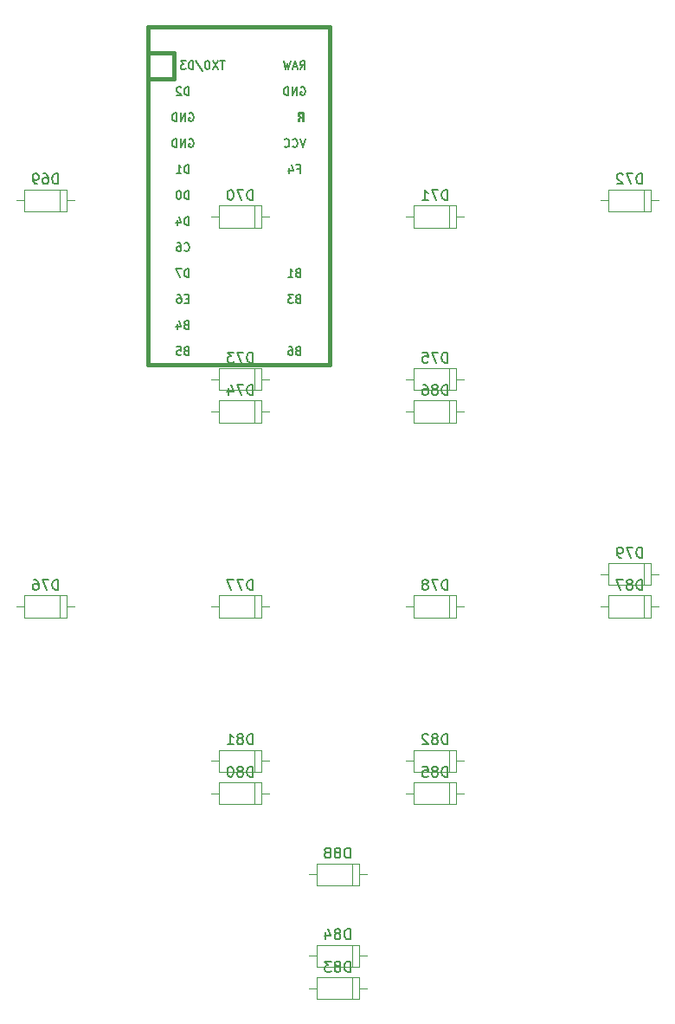
<source format=gbr>
G04 #@! TF.GenerationSoftware,KiCad,Pcbnew,(5.1.4)-1*
G04 #@! TF.CreationDate,2021-01-30T01:06:02-06:00*
G04 #@! TF.ProjectId,65Numpad,36354e75-6d70-4616-942e-6b696361645f,rev?*
G04 #@! TF.SameCoordinates,Original*
G04 #@! TF.FileFunction,Legend,Bot*
G04 #@! TF.FilePolarity,Positive*
%FSLAX46Y46*%
G04 Gerber Fmt 4.6, Leading zero omitted, Abs format (unit mm)*
G04 Created by KiCad (PCBNEW (5.1.4)-1) date 2021-01-30 01:06:02*
%MOMM*%
%LPD*%
G04 APERTURE LIST*
%ADD10C,0.381000*%
%ADD11C,0.150000*%
%ADD12C,0.120000*%
G04 APERTURE END LIST*
D10*
X351631250Y-50641250D02*
X349091250Y-50641250D01*
X366871250Y-48101250D02*
X349091250Y-48101250D01*
X349091250Y-48101250D02*
X349091250Y-81121250D01*
X349091250Y-81121250D02*
X366871250Y-81121250D01*
X366871250Y-81121250D02*
X366871250Y-48101250D01*
D11*
G36*
X363825885Y-56530280D02*
G01*
X363825885Y-56630280D01*
X364325885Y-56630280D01*
X364325885Y-56530280D01*
X363825885Y-56530280D01*
G37*
X363825885Y-56530280D02*
X363825885Y-56630280D01*
X364325885Y-56630280D01*
X364325885Y-56530280D01*
X363825885Y-56530280D01*
G36*
X363825885Y-56530280D02*
G01*
X363825885Y-56830280D01*
X363925885Y-56830280D01*
X363925885Y-56530280D01*
X363825885Y-56530280D01*
G37*
X363825885Y-56530280D02*
X363825885Y-56830280D01*
X363925885Y-56830280D01*
X363925885Y-56530280D01*
X363825885Y-56530280D01*
G36*
X363825885Y-57130280D02*
G01*
X363825885Y-57330280D01*
X363925885Y-57330280D01*
X363925885Y-57130280D01*
X363825885Y-57130280D01*
G37*
X363825885Y-57130280D02*
X363825885Y-57330280D01*
X363925885Y-57330280D01*
X363925885Y-57130280D01*
X363825885Y-57130280D01*
G36*
X364225885Y-56530280D02*
G01*
X364225885Y-57330280D01*
X364325885Y-57330280D01*
X364325885Y-56530280D01*
X364225885Y-56530280D01*
G37*
X364225885Y-56530280D02*
X364225885Y-57330280D01*
X364325885Y-57330280D01*
X364325885Y-56530280D01*
X364225885Y-56530280D01*
G36*
X364025885Y-56930280D02*
G01*
X364025885Y-57030280D01*
X364125885Y-57030280D01*
X364125885Y-56930280D01*
X364025885Y-56930280D01*
G37*
X364025885Y-56930280D02*
X364025885Y-57030280D01*
X364125885Y-57030280D01*
X364125885Y-56930280D01*
X364025885Y-56930280D01*
D10*
X351631250Y-50641250D02*
X351631250Y-53181250D01*
X351631250Y-53181250D02*
X349091250Y-53181250D01*
D12*
X379250000Y-121971250D02*
X379250000Y-124091250D01*
X379250000Y-124091250D02*
X375130000Y-124091250D01*
X375130000Y-124091250D02*
X375130000Y-121971250D01*
X375130000Y-121971250D02*
X379250000Y-121971250D01*
X380020000Y-123031250D02*
X379250000Y-123031250D01*
X374360000Y-123031250D02*
X375130000Y-123031250D01*
X378590000Y-121971250D02*
X378590000Y-124091250D01*
X369725000Y-137846250D02*
X369725000Y-139966250D01*
X369725000Y-139966250D02*
X365605000Y-139966250D01*
X365605000Y-139966250D02*
X365605000Y-137846250D01*
X365605000Y-137846250D02*
X369725000Y-137846250D01*
X370495000Y-138906250D02*
X369725000Y-138906250D01*
X364835000Y-138906250D02*
X365605000Y-138906250D01*
X369065000Y-137846250D02*
X369065000Y-139966250D01*
X369725000Y-141021250D02*
X369725000Y-143141250D01*
X369725000Y-143141250D02*
X365605000Y-143141250D01*
X365605000Y-143141250D02*
X365605000Y-141021250D01*
X365605000Y-141021250D02*
X369725000Y-141021250D01*
X370495000Y-142081250D02*
X369725000Y-142081250D01*
X364835000Y-142081250D02*
X365605000Y-142081250D01*
X369065000Y-141021250D02*
X369065000Y-143141250D01*
X360200000Y-121971250D02*
X360200000Y-124091250D01*
X360200000Y-124091250D02*
X356080000Y-124091250D01*
X356080000Y-124091250D02*
X356080000Y-121971250D01*
X356080000Y-121971250D02*
X360200000Y-121971250D01*
X360970000Y-123031250D02*
X360200000Y-123031250D01*
X355310000Y-123031250D02*
X356080000Y-123031250D01*
X359540000Y-121971250D02*
X359540000Y-124091250D01*
X398300000Y-100540000D02*
X398300000Y-102660000D01*
X398300000Y-102660000D02*
X394180000Y-102660000D01*
X394180000Y-102660000D02*
X394180000Y-100540000D01*
X394180000Y-100540000D02*
X398300000Y-100540000D01*
X399070000Y-101600000D02*
X398300000Y-101600000D01*
X393410000Y-101600000D02*
X394180000Y-101600000D01*
X397640000Y-100540000D02*
X397640000Y-102660000D01*
X379250000Y-84665000D02*
X379250000Y-86785000D01*
X379250000Y-86785000D02*
X375130000Y-86785000D01*
X375130000Y-86785000D02*
X375130000Y-84665000D01*
X375130000Y-84665000D02*
X379250000Y-84665000D01*
X380020000Y-85725000D02*
X379250000Y-85725000D01*
X374360000Y-85725000D02*
X375130000Y-85725000D01*
X378590000Y-84665000D02*
X378590000Y-86785000D01*
X369725000Y-129908750D02*
X369725000Y-132028750D01*
X369725000Y-132028750D02*
X365605000Y-132028750D01*
X365605000Y-132028750D02*
X365605000Y-129908750D01*
X365605000Y-129908750D02*
X369725000Y-129908750D01*
X370495000Y-130968750D02*
X369725000Y-130968750D01*
X364835000Y-130968750D02*
X365605000Y-130968750D01*
X369065000Y-129908750D02*
X369065000Y-132028750D01*
X379250000Y-103715000D02*
X379250000Y-105835000D01*
X379250000Y-105835000D02*
X375130000Y-105835000D01*
X375130000Y-105835000D02*
X375130000Y-103715000D01*
X375130000Y-103715000D02*
X379250000Y-103715000D01*
X380020000Y-104775000D02*
X379250000Y-104775000D01*
X374360000Y-104775000D02*
X375130000Y-104775000D01*
X378590000Y-103715000D02*
X378590000Y-105835000D01*
X379250000Y-118796250D02*
X379250000Y-120916250D01*
X379250000Y-120916250D02*
X375130000Y-120916250D01*
X375130000Y-120916250D02*
X375130000Y-118796250D01*
X375130000Y-118796250D02*
X379250000Y-118796250D01*
X380020000Y-119856250D02*
X379250000Y-119856250D01*
X374360000Y-119856250D02*
X375130000Y-119856250D01*
X378590000Y-118796250D02*
X378590000Y-120916250D01*
X360200000Y-81490000D02*
X360200000Y-83610000D01*
X360200000Y-83610000D02*
X356080000Y-83610000D01*
X356080000Y-83610000D02*
X356080000Y-81490000D01*
X356080000Y-81490000D02*
X360200000Y-81490000D01*
X360970000Y-82550000D02*
X360200000Y-82550000D01*
X355310000Y-82550000D02*
X356080000Y-82550000D01*
X359540000Y-81490000D02*
X359540000Y-83610000D01*
X398300000Y-64027500D02*
X398300000Y-66147500D01*
X398300000Y-66147500D02*
X394180000Y-66147500D01*
X394180000Y-66147500D02*
X394180000Y-64027500D01*
X394180000Y-64027500D02*
X398300000Y-64027500D01*
X399070000Y-65087500D02*
X398300000Y-65087500D01*
X393410000Y-65087500D02*
X394180000Y-65087500D01*
X397640000Y-64027500D02*
X397640000Y-66147500D01*
X379250000Y-81490000D02*
X379250000Y-83610000D01*
X379250000Y-83610000D02*
X375130000Y-83610000D01*
X375130000Y-83610000D02*
X375130000Y-81490000D01*
X375130000Y-81490000D02*
X379250000Y-81490000D01*
X380020000Y-82550000D02*
X379250000Y-82550000D01*
X374360000Y-82550000D02*
X375130000Y-82550000D01*
X378590000Y-81490000D02*
X378590000Y-83610000D01*
X360200000Y-103715000D02*
X360200000Y-105835000D01*
X360200000Y-105835000D02*
X356080000Y-105835000D01*
X356080000Y-105835000D02*
X356080000Y-103715000D01*
X356080000Y-103715000D02*
X360200000Y-103715000D01*
X360970000Y-104775000D02*
X360200000Y-104775000D01*
X355310000Y-104775000D02*
X356080000Y-104775000D01*
X359540000Y-103715000D02*
X359540000Y-105835000D01*
X341150000Y-103715000D02*
X341150000Y-105835000D01*
X341150000Y-105835000D02*
X337030000Y-105835000D01*
X337030000Y-105835000D02*
X337030000Y-103715000D01*
X337030000Y-103715000D02*
X341150000Y-103715000D01*
X341920000Y-104775000D02*
X341150000Y-104775000D01*
X336260000Y-104775000D02*
X337030000Y-104775000D01*
X340490000Y-103715000D02*
X340490000Y-105835000D01*
X379250000Y-65615000D02*
X379250000Y-67735000D01*
X379250000Y-67735000D02*
X375130000Y-67735000D01*
X375130000Y-67735000D02*
X375130000Y-65615000D01*
X375130000Y-65615000D02*
X379250000Y-65615000D01*
X380020000Y-66675000D02*
X379250000Y-66675000D01*
X374360000Y-66675000D02*
X375130000Y-66675000D01*
X378590000Y-65615000D02*
X378590000Y-67735000D01*
X360200000Y-118796250D02*
X360200000Y-120916250D01*
X360200000Y-120916250D02*
X356080000Y-120916250D01*
X356080000Y-120916250D02*
X356080000Y-118796250D01*
X356080000Y-118796250D02*
X360200000Y-118796250D01*
X360970000Y-119856250D02*
X360200000Y-119856250D01*
X355310000Y-119856250D02*
X356080000Y-119856250D01*
X359540000Y-118796250D02*
X359540000Y-120916250D01*
X360200000Y-65615000D02*
X360200000Y-67735000D01*
X360200000Y-67735000D02*
X356080000Y-67735000D01*
X356080000Y-67735000D02*
X356080000Y-65615000D01*
X356080000Y-65615000D02*
X360200000Y-65615000D01*
X360970000Y-66675000D02*
X360200000Y-66675000D01*
X355310000Y-66675000D02*
X356080000Y-66675000D01*
X359540000Y-65615000D02*
X359540000Y-67735000D01*
X398300000Y-103715000D02*
X398300000Y-105835000D01*
X398300000Y-105835000D02*
X394180000Y-105835000D01*
X394180000Y-105835000D02*
X394180000Y-103715000D01*
X394180000Y-103715000D02*
X398300000Y-103715000D01*
X399070000Y-104775000D02*
X398300000Y-104775000D01*
X393410000Y-104775000D02*
X394180000Y-104775000D01*
X397640000Y-103715000D02*
X397640000Y-105835000D01*
X360200000Y-84665000D02*
X360200000Y-86785000D01*
X360200000Y-86785000D02*
X356080000Y-86785000D01*
X356080000Y-86785000D02*
X356080000Y-84665000D01*
X356080000Y-84665000D02*
X360200000Y-84665000D01*
X360970000Y-85725000D02*
X360200000Y-85725000D01*
X355310000Y-85725000D02*
X356080000Y-85725000D01*
X359540000Y-84665000D02*
X359540000Y-86785000D01*
X341150000Y-64027500D02*
X341150000Y-66147500D01*
X341150000Y-66147500D02*
X337030000Y-66147500D01*
X337030000Y-66147500D02*
X337030000Y-64027500D01*
X337030000Y-64027500D02*
X341150000Y-64027500D01*
X341920000Y-65087500D02*
X341150000Y-65087500D01*
X336260000Y-65087500D02*
X337030000Y-65087500D01*
X340490000Y-64027500D02*
X340490000Y-66147500D01*
D11*
X356599854Y-51473154D02*
X356142711Y-51473154D01*
X356371282Y-52273154D02*
X356371282Y-51473154D01*
X355952235Y-51473154D02*
X355418901Y-52273154D01*
X355418901Y-51473154D02*
X355952235Y-52273154D01*
X354961758Y-51473154D02*
X354885568Y-51473154D01*
X354809378Y-51511250D01*
X354771282Y-51549345D01*
X354733187Y-51625535D01*
X354695092Y-51777916D01*
X354695092Y-51968392D01*
X354733187Y-52120773D01*
X354771282Y-52196964D01*
X354809378Y-52235059D01*
X354885568Y-52273154D01*
X354961758Y-52273154D01*
X355037949Y-52235059D01*
X355076044Y-52196964D01*
X355114139Y-52120773D01*
X355152235Y-51968392D01*
X355152235Y-51777916D01*
X355114139Y-51625535D01*
X355076044Y-51549345D01*
X355037949Y-51511250D01*
X354961758Y-51473154D01*
X353780806Y-51435059D02*
X354466520Y-52463630D01*
X353514139Y-52273154D02*
X353514139Y-51473154D01*
X353323663Y-51473154D01*
X353209378Y-51511250D01*
X353133187Y-51587440D01*
X353095092Y-51663630D01*
X353056997Y-51816011D01*
X353056997Y-51930297D01*
X353095092Y-52082678D01*
X353133187Y-52158869D01*
X353209378Y-52235059D01*
X353323663Y-52273154D01*
X353514139Y-52273154D01*
X352790330Y-51473154D02*
X352295092Y-51473154D01*
X352561758Y-51777916D01*
X352447473Y-51777916D01*
X352371282Y-51816011D01*
X352333187Y-51854107D01*
X352295092Y-51930297D01*
X352295092Y-52120773D01*
X352333187Y-52196964D01*
X352371282Y-52235059D01*
X352447473Y-52273154D01*
X352676044Y-52273154D01*
X352752235Y-52235059D01*
X352790330Y-52196964D01*
X356599854Y-51473154D02*
X356142711Y-51473154D01*
X356371282Y-52273154D02*
X356371282Y-51473154D01*
X355952235Y-51473154D02*
X355418901Y-52273154D01*
X355418901Y-51473154D02*
X355952235Y-52273154D01*
X354961758Y-51473154D02*
X354885568Y-51473154D01*
X354809378Y-51511250D01*
X354771282Y-51549345D01*
X354733187Y-51625535D01*
X354695092Y-51777916D01*
X354695092Y-51968392D01*
X354733187Y-52120773D01*
X354771282Y-52196964D01*
X354809378Y-52235059D01*
X354885568Y-52273154D01*
X354961758Y-52273154D01*
X355037949Y-52235059D01*
X355076044Y-52196964D01*
X355114139Y-52120773D01*
X355152235Y-51968392D01*
X355152235Y-51777916D01*
X355114139Y-51625535D01*
X355076044Y-51549345D01*
X355037949Y-51511250D01*
X354961758Y-51473154D01*
X353780806Y-51435059D02*
X354466520Y-52463630D01*
X353514139Y-52273154D02*
X353514139Y-51473154D01*
X353323663Y-51473154D01*
X353209378Y-51511250D01*
X353133187Y-51587440D01*
X353095092Y-51663630D01*
X353056997Y-51816011D01*
X353056997Y-51930297D01*
X353095092Y-52082678D01*
X353133187Y-52158869D01*
X353209378Y-52235059D01*
X353323663Y-52273154D01*
X353514139Y-52273154D01*
X352790330Y-51473154D02*
X352295092Y-51473154D01*
X352561758Y-51777916D01*
X352447473Y-51777916D01*
X352371282Y-51816011D01*
X352333187Y-51854107D01*
X352295092Y-51930297D01*
X352295092Y-52120773D01*
X352333187Y-52196964D01*
X352371282Y-52235059D01*
X352447473Y-52273154D01*
X352676044Y-52273154D01*
X352752235Y-52235059D01*
X352790330Y-52196964D01*
X353110726Y-54813154D02*
X353110726Y-54013154D01*
X352920250Y-54013154D01*
X352805964Y-54051250D01*
X352729773Y-54127440D01*
X352691678Y-54203630D01*
X352653583Y-54356011D01*
X352653583Y-54470297D01*
X352691678Y-54622678D01*
X352729773Y-54698869D01*
X352805964Y-54775059D01*
X352920250Y-54813154D01*
X353110726Y-54813154D01*
X352348821Y-54089345D02*
X352310726Y-54051250D01*
X352234535Y-54013154D01*
X352044059Y-54013154D01*
X351967869Y-54051250D01*
X351929773Y-54089345D01*
X351891678Y-54165535D01*
X351891678Y-54241726D01*
X351929773Y-54356011D01*
X352386916Y-54813154D01*
X351891678Y-54813154D01*
X353110726Y-64973154D02*
X353110726Y-64173154D01*
X352920250Y-64173154D01*
X352805964Y-64211250D01*
X352729773Y-64287440D01*
X352691678Y-64363630D01*
X352653583Y-64516011D01*
X352653583Y-64630297D01*
X352691678Y-64782678D01*
X352729773Y-64858869D01*
X352805964Y-64935059D01*
X352920250Y-64973154D01*
X353110726Y-64973154D01*
X352158345Y-64173154D02*
X352082154Y-64173154D01*
X352005964Y-64211250D01*
X351967869Y-64249345D01*
X351929773Y-64325535D01*
X351891678Y-64477916D01*
X351891678Y-64668392D01*
X351929773Y-64820773D01*
X351967869Y-64896964D01*
X352005964Y-64935059D01*
X352082154Y-64973154D01*
X352158345Y-64973154D01*
X352234535Y-64935059D01*
X352272630Y-64896964D01*
X352310726Y-64820773D01*
X352348821Y-64668392D01*
X352348821Y-64477916D01*
X352310726Y-64325535D01*
X352272630Y-64249345D01*
X352234535Y-64211250D01*
X352158345Y-64173154D01*
X353110726Y-62433154D02*
X353110726Y-61633154D01*
X352920250Y-61633154D01*
X352805964Y-61671250D01*
X352729773Y-61747440D01*
X352691678Y-61823630D01*
X352653583Y-61976011D01*
X352653583Y-62090297D01*
X352691678Y-62242678D01*
X352729773Y-62318869D01*
X352805964Y-62395059D01*
X352920250Y-62433154D01*
X353110726Y-62433154D01*
X351891678Y-62433154D02*
X352348821Y-62433154D01*
X352120250Y-62433154D02*
X352120250Y-61633154D01*
X352196440Y-61747440D01*
X352272630Y-61823630D01*
X352348821Y-61861726D01*
X353129773Y-59131250D02*
X353205964Y-59093154D01*
X353320250Y-59093154D01*
X353434535Y-59131250D01*
X353510726Y-59207440D01*
X353548821Y-59283630D01*
X353586916Y-59436011D01*
X353586916Y-59550297D01*
X353548821Y-59702678D01*
X353510726Y-59778869D01*
X353434535Y-59855059D01*
X353320250Y-59893154D01*
X353244059Y-59893154D01*
X353129773Y-59855059D01*
X353091678Y-59816964D01*
X353091678Y-59550297D01*
X353244059Y-59550297D01*
X352748821Y-59893154D02*
X352748821Y-59093154D01*
X352291678Y-59893154D01*
X352291678Y-59093154D01*
X351910726Y-59893154D02*
X351910726Y-59093154D01*
X351720250Y-59093154D01*
X351605964Y-59131250D01*
X351529773Y-59207440D01*
X351491678Y-59283630D01*
X351453583Y-59436011D01*
X351453583Y-59550297D01*
X351491678Y-59702678D01*
X351529773Y-59778869D01*
X351605964Y-59855059D01*
X351720250Y-59893154D01*
X351910726Y-59893154D01*
X353110726Y-67513154D02*
X353110726Y-66713154D01*
X352920250Y-66713154D01*
X352805964Y-66751250D01*
X352729773Y-66827440D01*
X352691678Y-66903630D01*
X352653583Y-67056011D01*
X352653583Y-67170297D01*
X352691678Y-67322678D01*
X352729773Y-67398869D01*
X352805964Y-67475059D01*
X352920250Y-67513154D01*
X353110726Y-67513154D01*
X351967869Y-66979821D02*
X351967869Y-67513154D01*
X352158345Y-66675059D02*
X352348821Y-67246488D01*
X351853583Y-67246488D01*
X352653583Y-69976964D02*
X352691678Y-70015059D01*
X352805964Y-70053154D01*
X352882154Y-70053154D01*
X352996440Y-70015059D01*
X353072630Y-69938869D01*
X353110726Y-69862678D01*
X353148821Y-69710297D01*
X353148821Y-69596011D01*
X353110726Y-69443630D01*
X353072630Y-69367440D01*
X352996440Y-69291250D01*
X352882154Y-69253154D01*
X352805964Y-69253154D01*
X352691678Y-69291250D01*
X352653583Y-69329345D01*
X351967869Y-69253154D02*
X352120250Y-69253154D01*
X352196440Y-69291250D01*
X352234535Y-69329345D01*
X352310726Y-69443630D01*
X352348821Y-69596011D01*
X352348821Y-69900773D01*
X352310726Y-69976964D01*
X352272630Y-70015059D01*
X352196440Y-70053154D01*
X352044059Y-70053154D01*
X351967869Y-70015059D01*
X351929773Y-69976964D01*
X351891678Y-69900773D01*
X351891678Y-69710297D01*
X351929773Y-69634107D01*
X351967869Y-69596011D01*
X352044059Y-69557916D01*
X352196440Y-69557916D01*
X352272630Y-69596011D01*
X352310726Y-69634107D01*
X352348821Y-69710297D01*
X353110726Y-72593154D02*
X353110726Y-71793154D01*
X352920250Y-71793154D01*
X352805964Y-71831250D01*
X352729773Y-71907440D01*
X352691678Y-71983630D01*
X352653583Y-72136011D01*
X352653583Y-72250297D01*
X352691678Y-72402678D01*
X352729773Y-72478869D01*
X352805964Y-72555059D01*
X352920250Y-72593154D01*
X353110726Y-72593154D01*
X352386916Y-71793154D02*
X351853583Y-71793154D01*
X352196440Y-72593154D01*
X353072630Y-74714107D02*
X352805964Y-74714107D01*
X352691678Y-75133154D02*
X353072630Y-75133154D01*
X353072630Y-74333154D01*
X352691678Y-74333154D01*
X352005964Y-74333154D02*
X352158345Y-74333154D01*
X352234535Y-74371250D01*
X352272630Y-74409345D01*
X352348821Y-74523630D01*
X352386916Y-74676011D01*
X352386916Y-74980773D01*
X352348821Y-75056964D01*
X352310726Y-75095059D01*
X352234535Y-75133154D01*
X352082154Y-75133154D01*
X352005964Y-75095059D01*
X351967869Y-75056964D01*
X351929773Y-74980773D01*
X351929773Y-74790297D01*
X351967869Y-74714107D01*
X352005964Y-74676011D01*
X352082154Y-74637916D01*
X352234535Y-74637916D01*
X352310726Y-74676011D01*
X352348821Y-74714107D01*
X352386916Y-74790297D01*
X352844059Y-77254107D02*
X352729773Y-77292202D01*
X352691678Y-77330297D01*
X352653583Y-77406488D01*
X352653583Y-77520773D01*
X352691678Y-77596964D01*
X352729773Y-77635059D01*
X352805964Y-77673154D01*
X353110726Y-77673154D01*
X353110726Y-76873154D01*
X352844059Y-76873154D01*
X352767869Y-76911250D01*
X352729773Y-76949345D01*
X352691678Y-77025535D01*
X352691678Y-77101726D01*
X352729773Y-77177916D01*
X352767869Y-77216011D01*
X352844059Y-77254107D01*
X353110726Y-77254107D01*
X351967869Y-77139821D02*
X351967869Y-77673154D01*
X352158345Y-76835059D02*
X352348821Y-77406488D01*
X351853583Y-77406488D01*
X352844059Y-79794107D02*
X352729773Y-79832202D01*
X352691678Y-79870297D01*
X352653583Y-79946488D01*
X352653583Y-80060773D01*
X352691678Y-80136964D01*
X352729773Y-80175059D01*
X352805964Y-80213154D01*
X353110726Y-80213154D01*
X353110726Y-79413154D01*
X352844059Y-79413154D01*
X352767869Y-79451250D01*
X352729773Y-79489345D01*
X352691678Y-79565535D01*
X352691678Y-79641726D01*
X352729773Y-79717916D01*
X352767869Y-79756011D01*
X352844059Y-79794107D01*
X353110726Y-79794107D01*
X351929773Y-79413154D02*
X352310726Y-79413154D01*
X352348821Y-79794107D01*
X352310726Y-79756011D01*
X352234535Y-79717916D01*
X352044059Y-79717916D01*
X351967869Y-79756011D01*
X351929773Y-79794107D01*
X351891678Y-79870297D01*
X351891678Y-80060773D01*
X351929773Y-80136964D01*
X351967869Y-80175059D01*
X352044059Y-80213154D01*
X352234535Y-80213154D01*
X352310726Y-80175059D01*
X352348821Y-80136964D01*
X363766059Y-79794107D02*
X363651773Y-79832202D01*
X363613678Y-79870297D01*
X363575583Y-79946488D01*
X363575583Y-80060773D01*
X363613678Y-80136964D01*
X363651773Y-80175059D01*
X363727964Y-80213154D01*
X364032726Y-80213154D01*
X364032726Y-79413154D01*
X363766059Y-79413154D01*
X363689869Y-79451250D01*
X363651773Y-79489345D01*
X363613678Y-79565535D01*
X363613678Y-79641726D01*
X363651773Y-79717916D01*
X363689869Y-79756011D01*
X363766059Y-79794107D01*
X364032726Y-79794107D01*
X362889869Y-79413154D02*
X363042250Y-79413154D01*
X363118440Y-79451250D01*
X363156535Y-79489345D01*
X363232726Y-79603630D01*
X363270821Y-79756011D01*
X363270821Y-80060773D01*
X363232726Y-80136964D01*
X363194630Y-80175059D01*
X363118440Y-80213154D01*
X362966059Y-80213154D01*
X362889869Y-80175059D01*
X362851773Y-80136964D01*
X362813678Y-80060773D01*
X362813678Y-79870297D01*
X362851773Y-79794107D01*
X362889869Y-79756011D01*
X362966059Y-79717916D01*
X363118440Y-79717916D01*
X363194630Y-79756011D01*
X363232726Y-79794107D01*
X363270821Y-79870297D01*
X363766059Y-74714107D02*
X363651773Y-74752202D01*
X363613678Y-74790297D01*
X363575583Y-74866488D01*
X363575583Y-74980773D01*
X363613678Y-75056964D01*
X363651773Y-75095059D01*
X363727964Y-75133154D01*
X364032726Y-75133154D01*
X364032726Y-74333154D01*
X363766059Y-74333154D01*
X363689869Y-74371250D01*
X363651773Y-74409345D01*
X363613678Y-74485535D01*
X363613678Y-74561726D01*
X363651773Y-74637916D01*
X363689869Y-74676011D01*
X363766059Y-74714107D01*
X364032726Y-74714107D01*
X363308916Y-74333154D02*
X362813678Y-74333154D01*
X363080345Y-74637916D01*
X362966059Y-74637916D01*
X362889869Y-74676011D01*
X362851773Y-74714107D01*
X362813678Y-74790297D01*
X362813678Y-74980773D01*
X362851773Y-75056964D01*
X362889869Y-75095059D01*
X362966059Y-75133154D01*
X363194630Y-75133154D01*
X363270821Y-75095059D01*
X363308916Y-75056964D01*
X363766059Y-72174107D02*
X363651773Y-72212202D01*
X363613678Y-72250297D01*
X363575583Y-72326488D01*
X363575583Y-72440773D01*
X363613678Y-72516964D01*
X363651773Y-72555059D01*
X363727964Y-72593154D01*
X364032726Y-72593154D01*
X364032726Y-71793154D01*
X363766059Y-71793154D01*
X363689869Y-71831250D01*
X363651773Y-71869345D01*
X363613678Y-71945535D01*
X363613678Y-72021726D01*
X363651773Y-72097916D01*
X363689869Y-72136011D01*
X363766059Y-72174107D01*
X364032726Y-72174107D01*
X362813678Y-72593154D02*
X363270821Y-72593154D01*
X363042250Y-72593154D02*
X363042250Y-71793154D01*
X363118440Y-71907440D01*
X363194630Y-71983630D01*
X363270821Y-72021726D01*
X363708916Y-62014107D02*
X363975583Y-62014107D01*
X363975583Y-62433154D02*
X363975583Y-61633154D01*
X363594630Y-61633154D01*
X362947011Y-61899821D02*
X362947011Y-62433154D01*
X363137488Y-61595059D02*
X363327964Y-62166488D01*
X362832726Y-62166488D01*
X364508916Y-59093154D02*
X364242250Y-59893154D01*
X363975583Y-59093154D01*
X363251773Y-59816964D02*
X363289869Y-59855059D01*
X363404154Y-59893154D01*
X363480345Y-59893154D01*
X363594630Y-59855059D01*
X363670821Y-59778869D01*
X363708916Y-59702678D01*
X363747011Y-59550297D01*
X363747011Y-59436011D01*
X363708916Y-59283630D01*
X363670821Y-59207440D01*
X363594630Y-59131250D01*
X363480345Y-59093154D01*
X363404154Y-59093154D01*
X363289869Y-59131250D01*
X363251773Y-59169345D01*
X362451773Y-59816964D02*
X362489869Y-59855059D01*
X362604154Y-59893154D01*
X362680345Y-59893154D01*
X362794630Y-59855059D01*
X362870821Y-59778869D01*
X362908916Y-59702678D01*
X362947011Y-59550297D01*
X362947011Y-59436011D01*
X362908916Y-59283630D01*
X362870821Y-59207440D01*
X362794630Y-59131250D01*
X362680345Y-59093154D01*
X362604154Y-59093154D01*
X362489869Y-59131250D01*
X362451773Y-59169345D01*
X363994630Y-52273154D02*
X364261297Y-51892202D01*
X364451773Y-52273154D02*
X364451773Y-51473154D01*
X364147011Y-51473154D01*
X364070821Y-51511250D01*
X364032726Y-51549345D01*
X363994630Y-51625535D01*
X363994630Y-51739821D01*
X364032726Y-51816011D01*
X364070821Y-51854107D01*
X364147011Y-51892202D01*
X364451773Y-51892202D01*
X363689869Y-52044583D02*
X363308916Y-52044583D01*
X363766059Y-52273154D02*
X363499392Y-51473154D01*
X363232726Y-52273154D01*
X363042250Y-51473154D02*
X362851773Y-52273154D01*
X362699392Y-51701726D01*
X362547011Y-52273154D01*
X362356535Y-51473154D01*
X363994630Y-52273154D02*
X364261297Y-51892202D01*
X364451773Y-52273154D02*
X364451773Y-51473154D01*
X364147011Y-51473154D01*
X364070821Y-51511250D01*
X364032726Y-51549345D01*
X363994630Y-51625535D01*
X363994630Y-51739821D01*
X364032726Y-51816011D01*
X364070821Y-51854107D01*
X364147011Y-51892202D01*
X364451773Y-51892202D01*
X363689869Y-52044583D02*
X363308916Y-52044583D01*
X363766059Y-52273154D02*
X363499392Y-51473154D01*
X363232726Y-52273154D01*
X363042250Y-51473154D02*
X362851773Y-52273154D01*
X362699392Y-51701726D01*
X362547011Y-52273154D01*
X362356535Y-51473154D01*
X364051773Y-54051250D02*
X364127964Y-54013154D01*
X364242250Y-54013154D01*
X364356535Y-54051250D01*
X364432726Y-54127440D01*
X364470821Y-54203630D01*
X364508916Y-54356011D01*
X364508916Y-54470297D01*
X364470821Y-54622678D01*
X364432726Y-54698869D01*
X364356535Y-54775059D01*
X364242250Y-54813154D01*
X364166059Y-54813154D01*
X364051773Y-54775059D01*
X364013678Y-54736964D01*
X364013678Y-54470297D01*
X364166059Y-54470297D01*
X363670821Y-54813154D02*
X363670821Y-54013154D01*
X363213678Y-54813154D01*
X363213678Y-54013154D01*
X362832726Y-54813154D02*
X362832726Y-54013154D01*
X362642250Y-54013154D01*
X362527964Y-54051250D01*
X362451773Y-54127440D01*
X362413678Y-54203630D01*
X362375583Y-54356011D01*
X362375583Y-54470297D01*
X362413678Y-54622678D01*
X362451773Y-54698869D01*
X362527964Y-54775059D01*
X362642250Y-54813154D01*
X362832726Y-54813154D01*
X364508916Y-59093154D02*
X364242250Y-59893154D01*
X363975583Y-59093154D01*
X363251773Y-59816964D02*
X363289869Y-59855059D01*
X363404154Y-59893154D01*
X363480345Y-59893154D01*
X363594630Y-59855059D01*
X363670821Y-59778869D01*
X363708916Y-59702678D01*
X363747011Y-59550297D01*
X363747011Y-59436011D01*
X363708916Y-59283630D01*
X363670821Y-59207440D01*
X363594630Y-59131250D01*
X363480345Y-59093154D01*
X363404154Y-59093154D01*
X363289869Y-59131250D01*
X363251773Y-59169345D01*
X362451773Y-59816964D02*
X362489869Y-59855059D01*
X362604154Y-59893154D01*
X362680345Y-59893154D01*
X362794630Y-59855059D01*
X362870821Y-59778869D01*
X362908916Y-59702678D01*
X362947011Y-59550297D01*
X362947011Y-59436011D01*
X362908916Y-59283630D01*
X362870821Y-59207440D01*
X362794630Y-59131250D01*
X362680345Y-59093154D01*
X362604154Y-59093154D01*
X362489869Y-59131250D01*
X362451773Y-59169345D01*
X363708916Y-62014107D02*
X363975583Y-62014107D01*
X363975583Y-62433154D02*
X363975583Y-61633154D01*
X363594630Y-61633154D01*
X362947011Y-61899821D02*
X362947011Y-62433154D01*
X363137488Y-61595059D02*
X363327964Y-62166488D01*
X362832726Y-62166488D01*
X363766059Y-72174107D02*
X363651773Y-72212202D01*
X363613678Y-72250297D01*
X363575583Y-72326488D01*
X363575583Y-72440773D01*
X363613678Y-72516964D01*
X363651773Y-72555059D01*
X363727964Y-72593154D01*
X364032726Y-72593154D01*
X364032726Y-71793154D01*
X363766059Y-71793154D01*
X363689869Y-71831250D01*
X363651773Y-71869345D01*
X363613678Y-71945535D01*
X363613678Y-72021726D01*
X363651773Y-72097916D01*
X363689869Y-72136011D01*
X363766059Y-72174107D01*
X364032726Y-72174107D01*
X362813678Y-72593154D02*
X363270821Y-72593154D01*
X363042250Y-72593154D02*
X363042250Y-71793154D01*
X363118440Y-71907440D01*
X363194630Y-71983630D01*
X363270821Y-72021726D01*
X363766059Y-74714107D02*
X363651773Y-74752202D01*
X363613678Y-74790297D01*
X363575583Y-74866488D01*
X363575583Y-74980773D01*
X363613678Y-75056964D01*
X363651773Y-75095059D01*
X363727964Y-75133154D01*
X364032726Y-75133154D01*
X364032726Y-74333154D01*
X363766059Y-74333154D01*
X363689869Y-74371250D01*
X363651773Y-74409345D01*
X363613678Y-74485535D01*
X363613678Y-74561726D01*
X363651773Y-74637916D01*
X363689869Y-74676011D01*
X363766059Y-74714107D01*
X364032726Y-74714107D01*
X363308916Y-74333154D02*
X362813678Y-74333154D01*
X363080345Y-74637916D01*
X362966059Y-74637916D01*
X362889869Y-74676011D01*
X362851773Y-74714107D01*
X362813678Y-74790297D01*
X362813678Y-74980773D01*
X362851773Y-75056964D01*
X362889869Y-75095059D01*
X362966059Y-75133154D01*
X363194630Y-75133154D01*
X363270821Y-75095059D01*
X363308916Y-75056964D01*
X363766059Y-79794107D02*
X363651773Y-79832202D01*
X363613678Y-79870297D01*
X363575583Y-79946488D01*
X363575583Y-80060773D01*
X363613678Y-80136964D01*
X363651773Y-80175059D01*
X363727964Y-80213154D01*
X364032726Y-80213154D01*
X364032726Y-79413154D01*
X363766059Y-79413154D01*
X363689869Y-79451250D01*
X363651773Y-79489345D01*
X363613678Y-79565535D01*
X363613678Y-79641726D01*
X363651773Y-79717916D01*
X363689869Y-79756011D01*
X363766059Y-79794107D01*
X364032726Y-79794107D01*
X362889869Y-79413154D02*
X363042250Y-79413154D01*
X363118440Y-79451250D01*
X363156535Y-79489345D01*
X363232726Y-79603630D01*
X363270821Y-79756011D01*
X363270821Y-80060773D01*
X363232726Y-80136964D01*
X363194630Y-80175059D01*
X363118440Y-80213154D01*
X362966059Y-80213154D01*
X362889869Y-80175059D01*
X362851773Y-80136964D01*
X362813678Y-80060773D01*
X362813678Y-79870297D01*
X362851773Y-79794107D01*
X362889869Y-79756011D01*
X362966059Y-79717916D01*
X363118440Y-79717916D01*
X363194630Y-79756011D01*
X363232726Y-79794107D01*
X363270821Y-79870297D01*
X352844059Y-79794107D02*
X352729773Y-79832202D01*
X352691678Y-79870297D01*
X352653583Y-79946488D01*
X352653583Y-80060773D01*
X352691678Y-80136964D01*
X352729773Y-80175059D01*
X352805964Y-80213154D01*
X353110726Y-80213154D01*
X353110726Y-79413154D01*
X352844059Y-79413154D01*
X352767869Y-79451250D01*
X352729773Y-79489345D01*
X352691678Y-79565535D01*
X352691678Y-79641726D01*
X352729773Y-79717916D01*
X352767869Y-79756011D01*
X352844059Y-79794107D01*
X353110726Y-79794107D01*
X351929773Y-79413154D02*
X352310726Y-79413154D01*
X352348821Y-79794107D01*
X352310726Y-79756011D01*
X352234535Y-79717916D01*
X352044059Y-79717916D01*
X351967869Y-79756011D01*
X351929773Y-79794107D01*
X351891678Y-79870297D01*
X351891678Y-80060773D01*
X351929773Y-80136964D01*
X351967869Y-80175059D01*
X352044059Y-80213154D01*
X352234535Y-80213154D01*
X352310726Y-80175059D01*
X352348821Y-80136964D01*
X352844059Y-77254107D02*
X352729773Y-77292202D01*
X352691678Y-77330297D01*
X352653583Y-77406488D01*
X352653583Y-77520773D01*
X352691678Y-77596964D01*
X352729773Y-77635059D01*
X352805964Y-77673154D01*
X353110726Y-77673154D01*
X353110726Y-76873154D01*
X352844059Y-76873154D01*
X352767869Y-76911250D01*
X352729773Y-76949345D01*
X352691678Y-77025535D01*
X352691678Y-77101726D01*
X352729773Y-77177916D01*
X352767869Y-77216011D01*
X352844059Y-77254107D01*
X353110726Y-77254107D01*
X351967869Y-77139821D02*
X351967869Y-77673154D01*
X352158345Y-76835059D02*
X352348821Y-77406488D01*
X351853583Y-77406488D01*
X353072630Y-74714107D02*
X352805964Y-74714107D01*
X352691678Y-75133154D02*
X353072630Y-75133154D01*
X353072630Y-74333154D01*
X352691678Y-74333154D01*
X352005964Y-74333154D02*
X352158345Y-74333154D01*
X352234535Y-74371250D01*
X352272630Y-74409345D01*
X352348821Y-74523630D01*
X352386916Y-74676011D01*
X352386916Y-74980773D01*
X352348821Y-75056964D01*
X352310726Y-75095059D01*
X352234535Y-75133154D01*
X352082154Y-75133154D01*
X352005964Y-75095059D01*
X351967869Y-75056964D01*
X351929773Y-74980773D01*
X351929773Y-74790297D01*
X351967869Y-74714107D01*
X352005964Y-74676011D01*
X352082154Y-74637916D01*
X352234535Y-74637916D01*
X352310726Y-74676011D01*
X352348821Y-74714107D01*
X352386916Y-74790297D01*
X353110726Y-72593154D02*
X353110726Y-71793154D01*
X352920250Y-71793154D01*
X352805964Y-71831250D01*
X352729773Y-71907440D01*
X352691678Y-71983630D01*
X352653583Y-72136011D01*
X352653583Y-72250297D01*
X352691678Y-72402678D01*
X352729773Y-72478869D01*
X352805964Y-72555059D01*
X352920250Y-72593154D01*
X353110726Y-72593154D01*
X352386916Y-71793154D02*
X351853583Y-71793154D01*
X352196440Y-72593154D01*
X352653583Y-69976964D02*
X352691678Y-70015059D01*
X352805964Y-70053154D01*
X352882154Y-70053154D01*
X352996440Y-70015059D01*
X353072630Y-69938869D01*
X353110726Y-69862678D01*
X353148821Y-69710297D01*
X353148821Y-69596011D01*
X353110726Y-69443630D01*
X353072630Y-69367440D01*
X352996440Y-69291250D01*
X352882154Y-69253154D01*
X352805964Y-69253154D01*
X352691678Y-69291250D01*
X352653583Y-69329345D01*
X351967869Y-69253154D02*
X352120250Y-69253154D01*
X352196440Y-69291250D01*
X352234535Y-69329345D01*
X352310726Y-69443630D01*
X352348821Y-69596011D01*
X352348821Y-69900773D01*
X352310726Y-69976964D01*
X352272630Y-70015059D01*
X352196440Y-70053154D01*
X352044059Y-70053154D01*
X351967869Y-70015059D01*
X351929773Y-69976964D01*
X351891678Y-69900773D01*
X351891678Y-69710297D01*
X351929773Y-69634107D01*
X351967869Y-69596011D01*
X352044059Y-69557916D01*
X352196440Y-69557916D01*
X352272630Y-69596011D01*
X352310726Y-69634107D01*
X352348821Y-69710297D01*
X353110726Y-67513154D02*
X353110726Y-66713154D01*
X352920250Y-66713154D01*
X352805964Y-66751250D01*
X352729773Y-66827440D01*
X352691678Y-66903630D01*
X352653583Y-67056011D01*
X352653583Y-67170297D01*
X352691678Y-67322678D01*
X352729773Y-67398869D01*
X352805964Y-67475059D01*
X352920250Y-67513154D01*
X353110726Y-67513154D01*
X351967869Y-66979821D02*
X351967869Y-67513154D01*
X352158345Y-66675059D02*
X352348821Y-67246488D01*
X351853583Y-67246488D01*
X353129773Y-56591250D02*
X353205964Y-56553154D01*
X353320250Y-56553154D01*
X353434535Y-56591250D01*
X353510726Y-56667440D01*
X353548821Y-56743630D01*
X353586916Y-56896011D01*
X353586916Y-57010297D01*
X353548821Y-57162678D01*
X353510726Y-57238869D01*
X353434535Y-57315059D01*
X353320250Y-57353154D01*
X353244059Y-57353154D01*
X353129773Y-57315059D01*
X353091678Y-57276964D01*
X353091678Y-57010297D01*
X353244059Y-57010297D01*
X352748821Y-57353154D02*
X352748821Y-56553154D01*
X352291678Y-57353154D01*
X352291678Y-56553154D01*
X351910726Y-57353154D02*
X351910726Y-56553154D01*
X351720250Y-56553154D01*
X351605964Y-56591250D01*
X351529773Y-56667440D01*
X351491678Y-56743630D01*
X351453583Y-56896011D01*
X351453583Y-57010297D01*
X351491678Y-57162678D01*
X351529773Y-57238869D01*
X351605964Y-57315059D01*
X351720250Y-57353154D01*
X351910726Y-57353154D01*
X353129773Y-59131250D02*
X353205964Y-59093154D01*
X353320250Y-59093154D01*
X353434535Y-59131250D01*
X353510726Y-59207440D01*
X353548821Y-59283630D01*
X353586916Y-59436011D01*
X353586916Y-59550297D01*
X353548821Y-59702678D01*
X353510726Y-59778869D01*
X353434535Y-59855059D01*
X353320250Y-59893154D01*
X353244059Y-59893154D01*
X353129773Y-59855059D01*
X353091678Y-59816964D01*
X353091678Y-59550297D01*
X353244059Y-59550297D01*
X352748821Y-59893154D02*
X352748821Y-59093154D01*
X352291678Y-59893154D01*
X352291678Y-59093154D01*
X351910726Y-59893154D02*
X351910726Y-59093154D01*
X351720250Y-59093154D01*
X351605964Y-59131250D01*
X351529773Y-59207440D01*
X351491678Y-59283630D01*
X351453583Y-59436011D01*
X351453583Y-59550297D01*
X351491678Y-59702678D01*
X351529773Y-59778869D01*
X351605964Y-59855059D01*
X351720250Y-59893154D01*
X351910726Y-59893154D01*
X353110726Y-62433154D02*
X353110726Y-61633154D01*
X352920250Y-61633154D01*
X352805964Y-61671250D01*
X352729773Y-61747440D01*
X352691678Y-61823630D01*
X352653583Y-61976011D01*
X352653583Y-62090297D01*
X352691678Y-62242678D01*
X352729773Y-62318869D01*
X352805964Y-62395059D01*
X352920250Y-62433154D01*
X353110726Y-62433154D01*
X351891678Y-62433154D02*
X352348821Y-62433154D01*
X352120250Y-62433154D02*
X352120250Y-61633154D01*
X352196440Y-61747440D01*
X352272630Y-61823630D01*
X352348821Y-61861726D01*
X353110726Y-64973154D02*
X353110726Y-64173154D01*
X352920250Y-64173154D01*
X352805964Y-64211250D01*
X352729773Y-64287440D01*
X352691678Y-64363630D01*
X352653583Y-64516011D01*
X352653583Y-64630297D01*
X352691678Y-64782678D01*
X352729773Y-64858869D01*
X352805964Y-64935059D01*
X352920250Y-64973154D01*
X353110726Y-64973154D01*
X352158345Y-64173154D02*
X352082154Y-64173154D01*
X352005964Y-64211250D01*
X351967869Y-64249345D01*
X351929773Y-64325535D01*
X351891678Y-64477916D01*
X351891678Y-64668392D01*
X351929773Y-64820773D01*
X351967869Y-64896964D01*
X352005964Y-64935059D01*
X352082154Y-64973154D01*
X352158345Y-64973154D01*
X352234535Y-64935059D01*
X352272630Y-64896964D01*
X352310726Y-64820773D01*
X352348821Y-64668392D01*
X352348821Y-64477916D01*
X352310726Y-64325535D01*
X352272630Y-64249345D01*
X352234535Y-64211250D01*
X352158345Y-64173154D01*
X353110726Y-54813154D02*
X353110726Y-54013154D01*
X352920250Y-54013154D01*
X352805964Y-54051250D01*
X352729773Y-54127440D01*
X352691678Y-54203630D01*
X352653583Y-54356011D01*
X352653583Y-54470297D01*
X352691678Y-54622678D01*
X352729773Y-54698869D01*
X352805964Y-54775059D01*
X352920250Y-54813154D01*
X353110726Y-54813154D01*
X352348821Y-54089345D02*
X352310726Y-54051250D01*
X352234535Y-54013154D01*
X352044059Y-54013154D01*
X351967869Y-54051250D01*
X351929773Y-54089345D01*
X351891678Y-54165535D01*
X351891678Y-54241726D01*
X351929773Y-54356011D01*
X352386916Y-54813154D01*
X351891678Y-54813154D01*
X378404285Y-121423630D02*
X378404285Y-120423630D01*
X378166190Y-120423630D01*
X378023333Y-120471250D01*
X377928095Y-120566488D01*
X377880476Y-120661726D01*
X377832857Y-120852202D01*
X377832857Y-120995059D01*
X377880476Y-121185535D01*
X377928095Y-121280773D01*
X378023333Y-121376011D01*
X378166190Y-121423630D01*
X378404285Y-121423630D01*
X377261428Y-120852202D02*
X377356666Y-120804583D01*
X377404285Y-120756964D01*
X377451904Y-120661726D01*
X377451904Y-120614107D01*
X377404285Y-120518869D01*
X377356666Y-120471250D01*
X377261428Y-120423630D01*
X377070952Y-120423630D01*
X376975714Y-120471250D01*
X376928095Y-120518869D01*
X376880476Y-120614107D01*
X376880476Y-120661726D01*
X376928095Y-120756964D01*
X376975714Y-120804583D01*
X377070952Y-120852202D01*
X377261428Y-120852202D01*
X377356666Y-120899821D01*
X377404285Y-120947440D01*
X377451904Y-121042678D01*
X377451904Y-121233154D01*
X377404285Y-121328392D01*
X377356666Y-121376011D01*
X377261428Y-121423630D01*
X377070952Y-121423630D01*
X376975714Y-121376011D01*
X376928095Y-121328392D01*
X376880476Y-121233154D01*
X376880476Y-121042678D01*
X376928095Y-120947440D01*
X376975714Y-120899821D01*
X377070952Y-120852202D01*
X375975714Y-120423630D02*
X376451904Y-120423630D01*
X376499523Y-120899821D01*
X376451904Y-120852202D01*
X376356666Y-120804583D01*
X376118571Y-120804583D01*
X376023333Y-120852202D01*
X375975714Y-120899821D01*
X375928095Y-120995059D01*
X375928095Y-121233154D01*
X375975714Y-121328392D01*
X376023333Y-121376011D01*
X376118571Y-121423630D01*
X376356666Y-121423630D01*
X376451904Y-121376011D01*
X376499523Y-121328392D01*
X368879285Y-137298630D02*
X368879285Y-136298630D01*
X368641190Y-136298630D01*
X368498333Y-136346250D01*
X368403095Y-136441488D01*
X368355476Y-136536726D01*
X368307857Y-136727202D01*
X368307857Y-136870059D01*
X368355476Y-137060535D01*
X368403095Y-137155773D01*
X368498333Y-137251011D01*
X368641190Y-137298630D01*
X368879285Y-137298630D01*
X367736428Y-136727202D02*
X367831666Y-136679583D01*
X367879285Y-136631964D01*
X367926904Y-136536726D01*
X367926904Y-136489107D01*
X367879285Y-136393869D01*
X367831666Y-136346250D01*
X367736428Y-136298630D01*
X367545952Y-136298630D01*
X367450714Y-136346250D01*
X367403095Y-136393869D01*
X367355476Y-136489107D01*
X367355476Y-136536726D01*
X367403095Y-136631964D01*
X367450714Y-136679583D01*
X367545952Y-136727202D01*
X367736428Y-136727202D01*
X367831666Y-136774821D01*
X367879285Y-136822440D01*
X367926904Y-136917678D01*
X367926904Y-137108154D01*
X367879285Y-137203392D01*
X367831666Y-137251011D01*
X367736428Y-137298630D01*
X367545952Y-137298630D01*
X367450714Y-137251011D01*
X367403095Y-137203392D01*
X367355476Y-137108154D01*
X367355476Y-136917678D01*
X367403095Y-136822440D01*
X367450714Y-136774821D01*
X367545952Y-136727202D01*
X366498333Y-136631964D02*
X366498333Y-137298630D01*
X366736428Y-136251011D02*
X366974523Y-136965297D01*
X366355476Y-136965297D01*
X368879285Y-140473630D02*
X368879285Y-139473630D01*
X368641190Y-139473630D01*
X368498333Y-139521250D01*
X368403095Y-139616488D01*
X368355476Y-139711726D01*
X368307857Y-139902202D01*
X368307857Y-140045059D01*
X368355476Y-140235535D01*
X368403095Y-140330773D01*
X368498333Y-140426011D01*
X368641190Y-140473630D01*
X368879285Y-140473630D01*
X367736428Y-139902202D02*
X367831666Y-139854583D01*
X367879285Y-139806964D01*
X367926904Y-139711726D01*
X367926904Y-139664107D01*
X367879285Y-139568869D01*
X367831666Y-139521250D01*
X367736428Y-139473630D01*
X367545952Y-139473630D01*
X367450714Y-139521250D01*
X367403095Y-139568869D01*
X367355476Y-139664107D01*
X367355476Y-139711726D01*
X367403095Y-139806964D01*
X367450714Y-139854583D01*
X367545952Y-139902202D01*
X367736428Y-139902202D01*
X367831666Y-139949821D01*
X367879285Y-139997440D01*
X367926904Y-140092678D01*
X367926904Y-140283154D01*
X367879285Y-140378392D01*
X367831666Y-140426011D01*
X367736428Y-140473630D01*
X367545952Y-140473630D01*
X367450714Y-140426011D01*
X367403095Y-140378392D01*
X367355476Y-140283154D01*
X367355476Y-140092678D01*
X367403095Y-139997440D01*
X367450714Y-139949821D01*
X367545952Y-139902202D01*
X367022142Y-139473630D02*
X366403095Y-139473630D01*
X366736428Y-139854583D01*
X366593571Y-139854583D01*
X366498333Y-139902202D01*
X366450714Y-139949821D01*
X366403095Y-140045059D01*
X366403095Y-140283154D01*
X366450714Y-140378392D01*
X366498333Y-140426011D01*
X366593571Y-140473630D01*
X366879285Y-140473630D01*
X366974523Y-140426011D01*
X367022142Y-140378392D01*
X359354285Y-121423630D02*
X359354285Y-120423630D01*
X359116190Y-120423630D01*
X358973333Y-120471250D01*
X358878095Y-120566488D01*
X358830476Y-120661726D01*
X358782857Y-120852202D01*
X358782857Y-120995059D01*
X358830476Y-121185535D01*
X358878095Y-121280773D01*
X358973333Y-121376011D01*
X359116190Y-121423630D01*
X359354285Y-121423630D01*
X358211428Y-120852202D02*
X358306666Y-120804583D01*
X358354285Y-120756964D01*
X358401904Y-120661726D01*
X358401904Y-120614107D01*
X358354285Y-120518869D01*
X358306666Y-120471250D01*
X358211428Y-120423630D01*
X358020952Y-120423630D01*
X357925714Y-120471250D01*
X357878095Y-120518869D01*
X357830476Y-120614107D01*
X357830476Y-120661726D01*
X357878095Y-120756964D01*
X357925714Y-120804583D01*
X358020952Y-120852202D01*
X358211428Y-120852202D01*
X358306666Y-120899821D01*
X358354285Y-120947440D01*
X358401904Y-121042678D01*
X358401904Y-121233154D01*
X358354285Y-121328392D01*
X358306666Y-121376011D01*
X358211428Y-121423630D01*
X358020952Y-121423630D01*
X357925714Y-121376011D01*
X357878095Y-121328392D01*
X357830476Y-121233154D01*
X357830476Y-121042678D01*
X357878095Y-120947440D01*
X357925714Y-120899821D01*
X358020952Y-120852202D01*
X357211428Y-120423630D02*
X357116190Y-120423630D01*
X357020952Y-120471250D01*
X356973333Y-120518869D01*
X356925714Y-120614107D01*
X356878095Y-120804583D01*
X356878095Y-121042678D01*
X356925714Y-121233154D01*
X356973333Y-121328392D01*
X357020952Y-121376011D01*
X357116190Y-121423630D01*
X357211428Y-121423630D01*
X357306666Y-121376011D01*
X357354285Y-121328392D01*
X357401904Y-121233154D01*
X357449523Y-121042678D01*
X357449523Y-120804583D01*
X357401904Y-120614107D01*
X357354285Y-120518869D01*
X357306666Y-120471250D01*
X357211428Y-120423630D01*
X397454285Y-99992380D02*
X397454285Y-98992380D01*
X397216190Y-98992380D01*
X397073333Y-99040000D01*
X396978095Y-99135238D01*
X396930476Y-99230476D01*
X396882857Y-99420952D01*
X396882857Y-99563809D01*
X396930476Y-99754285D01*
X396978095Y-99849523D01*
X397073333Y-99944761D01*
X397216190Y-99992380D01*
X397454285Y-99992380D01*
X396549523Y-98992380D02*
X395882857Y-98992380D01*
X396311428Y-99992380D01*
X395454285Y-99992380D02*
X395263809Y-99992380D01*
X395168571Y-99944761D01*
X395120952Y-99897142D01*
X395025714Y-99754285D01*
X394978095Y-99563809D01*
X394978095Y-99182857D01*
X395025714Y-99087619D01*
X395073333Y-99040000D01*
X395168571Y-98992380D01*
X395359047Y-98992380D01*
X395454285Y-99040000D01*
X395501904Y-99087619D01*
X395549523Y-99182857D01*
X395549523Y-99420952D01*
X395501904Y-99516190D01*
X395454285Y-99563809D01*
X395359047Y-99611428D01*
X395168571Y-99611428D01*
X395073333Y-99563809D01*
X395025714Y-99516190D01*
X394978095Y-99420952D01*
X378404285Y-84117380D02*
X378404285Y-83117380D01*
X378166190Y-83117380D01*
X378023333Y-83165000D01*
X377928095Y-83260238D01*
X377880476Y-83355476D01*
X377832857Y-83545952D01*
X377832857Y-83688809D01*
X377880476Y-83879285D01*
X377928095Y-83974523D01*
X378023333Y-84069761D01*
X378166190Y-84117380D01*
X378404285Y-84117380D01*
X377261428Y-83545952D02*
X377356666Y-83498333D01*
X377404285Y-83450714D01*
X377451904Y-83355476D01*
X377451904Y-83307857D01*
X377404285Y-83212619D01*
X377356666Y-83165000D01*
X377261428Y-83117380D01*
X377070952Y-83117380D01*
X376975714Y-83165000D01*
X376928095Y-83212619D01*
X376880476Y-83307857D01*
X376880476Y-83355476D01*
X376928095Y-83450714D01*
X376975714Y-83498333D01*
X377070952Y-83545952D01*
X377261428Y-83545952D01*
X377356666Y-83593571D01*
X377404285Y-83641190D01*
X377451904Y-83736428D01*
X377451904Y-83926904D01*
X377404285Y-84022142D01*
X377356666Y-84069761D01*
X377261428Y-84117380D01*
X377070952Y-84117380D01*
X376975714Y-84069761D01*
X376928095Y-84022142D01*
X376880476Y-83926904D01*
X376880476Y-83736428D01*
X376928095Y-83641190D01*
X376975714Y-83593571D01*
X377070952Y-83545952D01*
X376023333Y-83117380D02*
X376213809Y-83117380D01*
X376309047Y-83165000D01*
X376356666Y-83212619D01*
X376451904Y-83355476D01*
X376499523Y-83545952D01*
X376499523Y-83926904D01*
X376451904Y-84022142D01*
X376404285Y-84069761D01*
X376309047Y-84117380D01*
X376118571Y-84117380D01*
X376023333Y-84069761D01*
X375975714Y-84022142D01*
X375928095Y-83926904D01*
X375928095Y-83688809D01*
X375975714Y-83593571D01*
X376023333Y-83545952D01*
X376118571Y-83498333D01*
X376309047Y-83498333D01*
X376404285Y-83545952D01*
X376451904Y-83593571D01*
X376499523Y-83688809D01*
X368879285Y-129361130D02*
X368879285Y-128361130D01*
X368641190Y-128361130D01*
X368498333Y-128408750D01*
X368403095Y-128503988D01*
X368355476Y-128599226D01*
X368307857Y-128789702D01*
X368307857Y-128932559D01*
X368355476Y-129123035D01*
X368403095Y-129218273D01*
X368498333Y-129313511D01*
X368641190Y-129361130D01*
X368879285Y-129361130D01*
X367736428Y-128789702D02*
X367831666Y-128742083D01*
X367879285Y-128694464D01*
X367926904Y-128599226D01*
X367926904Y-128551607D01*
X367879285Y-128456369D01*
X367831666Y-128408750D01*
X367736428Y-128361130D01*
X367545952Y-128361130D01*
X367450714Y-128408750D01*
X367403095Y-128456369D01*
X367355476Y-128551607D01*
X367355476Y-128599226D01*
X367403095Y-128694464D01*
X367450714Y-128742083D01*
X367545952Y-128789702D01*
X367736428Y-128789702D01*
X367831666Y-128837321D01*
X367879285Y-128884940D01*
X367926904Y-128980178D01*
X367926904Y-129170654D01*
X367879285Y-129265892D01*
X367831666Y-129313511D01*
X367736428Y-129361130D01*
X367545952Y-129361130D01*
X367450714Y-129313511D01*
X367403095Y-129265892D01*
X367355476Y-129170654D01*
X367355476Y-128980178D01*
X367403095Y-128884940D01*
X367450714Y-128837321D01*
X367545952Y-128789702D01*
X366784047Y-128789702D02*
X366879285Y-128742083D01*
X366926904Y-128694464D01*
X366974523Y-128599226D01*
X366974523Y-128551607D01*
X366926904Y-128456369D01*
X366879285Y-128408750D01*
X366784047Y-128361130D01*
X366593571Y-128361130D01*
X366498333Y-128408750D01*
X366450714Y-128456369D01*
X366403095Y-128551607D01*
X366403095Y-128599226D01*
X366450714Y-128694464D01*
X366498333Y-128742083D01*
X366593571Y-128789702D01*
X366784047Y-128789702D01*
X366879285Y-128837321D01*
X366926904Y-128884940D01*
X366974523Y-128980178D01*
X366974523Y-129170654D01*
X366926904Y-129265892D01*
X366879285Y-129313511D01*
X366784047Y-129361130D01*
X366593571Y-129361130D01*
X366498333Y-129313511D01*
X366450714Y-129265892D01*
X366403095Y-129170654D01*
X366403095Y-128980178D01*
X366450714Y-128884940D01*
X366498333Y-128837321D01*
X366593571Y-128789702D01*
X378404285Y-103167380D02*
X378404285Y-102167380D01*
X378166190Y-102167380D01*
X378023333Y-102215000D01*
X377928095Y-102310238D01*
X377880476Y-102405476D01*
X377832857Y-102595952D01*
X377832857Y-102738809D01*
X377880476Y-102929285D01*
X377928095Y-103024523D01*
X378023333Y-103119761D01*
X378166190Y-103167380D01*
X378404285Y-103167380D01*
X377499523Y-102167380D02*
X376832857Y-102167380D01*
X377261428Y-103167380D01*
X376309047Y-102595952D02*
X376404285Y-102548333D01*
X376451904Y-102500714D01*
X376499523Y-102405476D01*
X376499523Y-102357857D01*
X376451904Y-102262619D01*
X376404285Y-102215000D01*
X376309047Y-102167380D01*
X376118571Y-102167380D01*
X376023333Y-102215000D01*
X375975714Y-102262619D01*
X375928095Y-102357857D01*
X375928095Y-102405476D01*
X375975714Y-102500714D01*
X376023333Y-102548333D01*
X376118571Y-102595952D01*
X376309047Y-102595952D01*
X376404285Y-102643571D01*
X376451904Y-102691190D01*
X376499523Y-102786428D01*
X376499523Y-102976904D01*
X376451904Y-103072142D01*
X376404285Y-103119761D01*
X376309047Y-103167380D01*
X376118571Y-103167380D01*
X376023333Y-103119761D01*
X375975714Y-103072142D01*
X375928095Y-102976904D01*
X375928095Y-102786428D01*
X375975714Y-102691190D01*
X376023333Y-102643571D01*
X376118571Y-102595952D01*
X378404285Y-118248630D02*
X378404285Y-117248630D01*
X378166190Y-117248630D01*
X378023333Y-117296250D01*
X377928095Y-117391488D01*
X377880476Y-117486726D01*
X377832857Y-117677202D01*
X377832857Y-117820059D01*
X377880476Y-118010535D01*
X377928095Y-118105773D01*
X378023333Y-118201011D01*
X378166190Y-118248630D01*
X378404285Y-118248630D01*
X377261428Y-117677202D02*
X377356666Y-117629583D01*
X377404285Y-117581964D01*
X377451904Y-117486726D01*
X377451904Y-117439107D01*
X377404285Y-117343869D01*
X377356666Y-117296250D01*
X377261428Y-117248630D01*
X377070952Y-117248630D01*
X376975714Y-117296250D01*
X376928095Y-117343869D01*
X376880476Y-117439107D01*
X376880476Y-117486726D01*
X376928095Y-117581964D01*
X376975714Y-117629583D01*
X377070952Y-117677202D01*
X377261428Y-117677202D01*
X377356666Y-117724821D01*
X377404285Y-117772440D01*
X377451904Y-117867678D01*
X377451904Y-118058154D01*
X377404285Y-118153392D01*
X377356666Y-118201011D01*
X377261428Y-118248630D01*
X377070952Y-118248630D01*
X376975714Y-118201011D01*
X376928095Y-118153392D01*
X376880476Y-118058154D01*
X376880476Y-117867678D01*
X376928095Y-117772440D01*
X376975714Y-117724821D01*
X377070952Y-117677202D01*
X376499523Y-117343869D02*
X376451904Y-117296250D01*
X376356666Y-117248630D01*
X376118571Y-117248630D01*
X376023333Y-117296250D01*
X375975714Y-117343869D01*
X375928095Y-117439107D01*
X375928095Y-117534345D01*
X375975714Y-117677202D01*
X376547142Y-118248630D01*
X375928095Y-118248630D01*
X359354285Y-80942380D02*
X359354285Y-79942380D01*
X359116190Y-79942380D01*
X358973333Y-79990000D01*
X358878095Y-80085238D01*
X358830476Y-80180476D01*
X358782857Y-80370952D01*
X358782857Y-80513809D01*
X358830476Y-80704285D01*
X358878095Y-80799523D01*
X358973333Y-80894761D01*
X359116190Y-80942380D01*
X359354285Y-80942380D01*
X358449523Y-79942380D02*
X357782857Y-79942380D01*
X358211428Y-80942380D01*
X357497142Y-79942380D02*
X356878095Y-79942380D01*
X357211428Y-80323333D01*
X357068571Y-80323333D01*
X356973333Y-80370952D01*
X356925714Y-80418571D01*
X356878095Y-80513809D01*
X356878095Y-80751904D01*
X356925714Y-80847142D01*
X356973333Y-80894761D01*
X357068571Y-80942380D01*
X357354285Y-80942380D01*
X357449523Y-80894761D01*
X357497142Y-80847142D01*
X397454285Y-63479880D02*
X397454285Y-62479880D01*
X397216190Y-62479880D01*
X397073333Y-62527500D01*
X396978095Y-62622738D01*
X396930476Y-62717976D01*
X396882857Y-62908452D01*
X396882857Y-63051309D01*
X396930476Y-63241785D01*
X396978095Y-63337023D01*
X397073333Y-63432261D01*
X397216190Y-63479880D01*
X397454285Y-63479880D01*
X396549523Y-62479880D02*
X395882857Y-62479880D01*
X396311428Y-63479880D01*
X395549523Y-62575119D02*
X395501904Y-62527500D01*
X395406666Y-62479880D01*
X395168571Y-62479880D01*
X395073333Y-62527500D01*
X395025714Y-62575119D01*
X394978095Y-62670357D01*
X394978095Y-62765595D01*
X395025714Y-62908452D01*
X395597142Y-63479880D01*
X394978095Y-63479880D01*
X378404285Y-80942380D02*
X378404285Y-79942380D01*
X378166190Y-79942380D01*
X378023333Y-79990000D01*
X377928095Y-80085238D01*
X377880476Y-80180476D01*
X377832857Y-80370952D01*
X377832857Y-80513809D01*
X377880476Y-80704285D01*
X377928095Y-80799523D01*
X378023333Y-80894761D01*
X378166190Y-80942380D01*
X378404285Y-80942380D01*
X377499523Y-79942380D02*
X376832857Y-79942380D01*
X377261428Y-80942380D01*
X375975714Y-79942380D02*
X376451904Y-79942380D01*
X376499523Y-80418571D01*
X376451904Y-80370952D01*
X376356666Y-80323333D01*
X376118571Y-80323333D01*
X376023333Y-80370952D01*
X375975714Y-80418571D01*
X375928095Y-80513809D01*
X375928095Y-80751904D01*
X375975714Y-80847142D01*
X376023333Y-80894761D01*
X376118571Y-80942380D01*
X376356666Y-80942380D01*
X376451904Y-80894761D01*
X376499523Y-80847142D01*
X359354285Y-103167380D02*
X359354285Y-102167380D01*
X359116190Y-102167380D01*
X358973333Y-102215000D01*
X358878095Y-102310238D01*
X358830476Y-102405476D01*
X358782857Y-102595952D01*
X358782857Y-102738809D01*
X358830476Y-102929285D01*
X358878095Y-103024523D01*
X358973333Y-103119761D01*
X359116190Y-103167380D01*
X359354285Y-103167380D01*
X358449523Y-102167380D02*
X357782857Y-102167380D01*
X358211428Y-103167380D01*
X357497142Y-102167380D02*
X356830476Y-102167380D01*
X357259047Y-103167380D01*
X340304285Y-103167380D02*
X340304285Y-102167380D01*
X340066190Y-102167380D01*
X339923333Y-102215000D01*
X339828095Y-102310238D01*
X339780476Y-102405476D01*
X339732857Y-102595952D01*
X339732857Y-102738809D01*
X339780476Y-102929285D01*
X339828095Y-103024523D01*
X339923333Y-103119761D01*
X340066190Y-103167380D01*
X340304285Y-103167380D01*
X339399523Y-102167380D02*
X338732857Y-102167380D01*
X339161428Y-103167380D01*
X337923333Y-102167380D02*
X338113809Y-102167380D01*
X338209047Y-102215000D01*
X338256666Y-102262619D01*
X338351904Y-102405476D01*
X338399523Y-102595952D01*
X338399523Y-102976904D01*
X338351904Y-103072142D01*
X338304285Y-103119761D01*
X338209047Y-103167380D01*
X338018571Y-103167380D01*
X337923333Y-103119761D01*
X337875714Y-103072142D01*
X337828095Y-102976904D01*
X337828095Y-102738809D01*
X337875714Y-102643571D01*
X337923333Y-102595952D01*
X338018571Y-102548333D01*
X338209047Y-102548333D01*
X338304285Y-102595952D01*
X338351904Y-102643571D01*
X338399523Y-102738809D01*
X378404285Y-65067380D02*
X378404285Y-64067380D01*
X378166190Y-64067380D01*
X378023333Y-64115000D01*
X377928095Y-64210238D01*
X377880476Y-64305476D01*
X377832857Y-64495952D01*
X377832857Y-64638809D01*
X377880476Y-64829285D01*
X377928095Y-64924523D01*
X378023333Y-65019761D01*
X378166190Y-65067380D01*
X378404285Y-65067380D01*
X377499523Y-64067380D02*
X376832857Y-64067380D01*
X377261428Y-65067380D01*
X375928095Y-65067380D02*
X376499523Y-65067380D01*
X376213809Y-65067380D02*
X376213809Y-64067380D01*
X376309047Y-64210238D01*
X376404285Y-64305476D01*
X376499523Y-64353095D01*
X359354285Y-118248630D02*
X359354285Y-117248630D01*
X359116190Y-117248630D01*
X358973333Y-117296250D01*
X358878095Y-117391488D01*
X358830476Y-117486726D01*
X358782857Y-117677202D01*
X358782857Y-117820059D01*
X358830476Y-118010535D01*
X358878095Y-118105773D01*
X358973333Y-118201011D01*
X359116190Y-118248630D01*
X359354285Y-118248630D01*
X358211428Y-117677202D02*
X358306666Y-117629583D01*
X358354285Y-117581964D01*
X358401904Y-117486726D01*
X358401904Y-117439107D01*
X358354285Y-117343869D01*
X358306666Y-117296250D01*
X358211428Y-117248630D01*
X358020952Y-117248630D01*
X357925714Y-117296250D01*
X357878095Y-117343869D01*
X357830476Y-117439107D01*
X357830476Y-117486726D01*
X357878095Y-117581964D01*
X357925714Y-117629583D01*
X358020952Y-117677202D01*
X358211428Y-117677202D01*
X358306666Y-117724821D01*
X358354285Y-117772440D01*
X358401904Y-117867678D01*
X358401904Y-118058154D01*
X358354285Y-118153392D01*
X358306666Y-118201011D01*
X358211428Y-118248630D01*
X358020952Y-118248630D01*
X357925714Y-118201011D01*
X357878095Y-118153392D01*
X357830476Y-118058154D01*
X357830476Y-117867678D01*
X357878095Y-117772440D01*
X357925714Y-117724821D01*
X358020952Y-117677202D01*
X356878095Y-118248630D02*
X357449523Y-118248630D01*
X357163809Y-118248630D02*
X357163809Y-117248630D01*
X357259047Y-117391488D01*
X357354285Y-117486726D01*
X357449523Y-117534345D01*
X359354285Y-65067380D02*
X359354285Y-64067380D01*
X359116190Y-64067380D01*
X358973333Y-64115000D01*
X358878095Y-64210238D01*
X358830476Y-64305476D01*
X358782857Y-64495952D01*
X358782857Y-64638809D01*
X358830476Y-64829285D01*
X358878095Y-64924523D01*
X358973333Y-65019761D01*
X359116190Y-65067380D01*
X359354285Y-65067380D01*
X358449523Y-64067380D02*
X357782857Y-64067380D01*
X358211428Y-65067380D01*
X357211428Y-64067380D02*
X357116190Y-64067380D01*
X357020952Y-64115000D01*
X356973333Y-64162619D01*
X356925714Y-64257857D01*
X356878095Y-64448333D01*
X356878095Y-64686428D01*
X356925714Y-64876904D01*
X356973333Y-64972142D01*
X357020952Y-65019761D01*
X357116190Y-65067380D01*
X357211428Y-65067380D01*
X357306666Y-65019761D01*
X357354285Y-64972142D01*
X357401904Y-64876904D01*
X357449523Y-64686428D01*
X357449523Y-64448333D01*
X357401904Y-64257857D01*
X357354285Y-64162619D01*
X357306666Y-64115000D01*
X357211428Y-64067380D01*
X397454285Y-103167380D02*
X397454285Y-102167380D01*
X397216190Y-102167380D01*
X397073333Y-102215000D01*
X396978095Y-102310238D01*
X396930476Y-102405476D01*
X396882857Y-102595952D01*
X396882857Y-102738809D01*
X396930476Y-102929285D01*
X396978095Y-103024523D01*
X397073333Y-103119761D01*
X397216190Y-103167380D01*
X397454285Y-103167380D01*
X396311428Y-102595952D02*
X396406666Y-102548333D01*
X396454285Y-102500714D01*
X396501904Y-102405476D01*
X396501904Y-102357857D01*
X396454285Y-102262619D01*
X396406666Y-102215000D01*
X396311428Y-102167380D01*
X396120952Y-102167380D01*
X396025714Y-102215000D01*
X395978095Y-102262619D01*
X395930476Y-102357857D01*
X395930476Y-102405476D01*
X395978095Y-102500714D01*
X396025714Y-102548333D01*
X396120952Y-102595952D01*
X396311428Y-102595952D01*
X396406666Y-102643571D01*
X396454285Y-102691190D01*
X396501904Y-102786428D01*
X396501904Y-102976904D01*
X396454285Y-103072142D01*
X396406666Y-103119761D01*
X396311428Y-103167380D01*
X396120952Y-103167380D01*
X396025714Y-103119761D01*
X395978095Y-103072142D01*
X395930476Y-102976904D01*
X395930476Y-102786428D01*
X395978095Y-102691190D01*
X396025714Y-102643571D01*
X396120952Y-102595952D01*
X395597142Y-102167380D02*
X394930476Y-102167380D01*
X395359047Y-103167380D01*
X359354285Y-84117380D02*
X359354285Y-83117380D01*
X359116190Y-83117380D01*
X358973333Y-83165000D01*
X358878095Y-83260238D01*
X358830476Y-83355476D01*
X358782857Y-83545952D01*
X358782857Y-83688809D01*
X358830476Y-83879285D01*
X358878095Y-83974523D01*
X358973333Y-84069761D01*
X359116190Y-84117380D01*
X359354285Y-84117380D01*
X358449523Y-83117380D02*
X357782857Y-83117380D01*
X358211428Y-84117380D01*
X356973333Y-83450714D02*
X356973333Y-84117380D01*
X357211428Y-83069761D02*
X357449523Y-83784047D01*
X356830476Y-83784047D01*
X340304285Y-63479880D02*
X340304285Y-62479880D01*
X340066190Y-62479880D01*
X339923333Y-62527500D01*
X339828095Y-62622738D01*
X339780476Y-62717976D01*
X339732857Y-62908452D01*
X339732857Y-63051309D01*
X339780476Y-63241785D01*
X339828095Y-63337023D01*
X339923333Y-63432261D01*
X340066190Y-63479880D01*
X340304285Y-63479880D01*
X338875714Y-62479880D02*
X339066190Y-62479880D01*
X339161428Y-62527500D01*
X339209047Y-62575119D01*
X339304285Y-62717976D01*
X339351904Y-62908452D01*
X339351904Y-63289404D01*
X339304285Y-63384642D01*
X339256666Y-63432261D01*
X339161428Y-63479880D01*
X338970952Y-63479880D01*
X338875714Y-63432261D01*
X338828095Y-63384642D01*
X338780476Y-63289404D01*
X338780476Y-63051309D01*
X338828095Y-62956071D01*
X338875714Y-62908452D01*
X338970952Y-62860833D01*
X339161428Y-62860833D01*
X339256666Y-62908452D01*
X339304285Y-62956071D01*
X339351904Y-63051309D01*
X338304285Y-63479880D02*
X338113809Y-63479880D01*
X338018571Y-63432261D01*
X337970952Y-63384642D01*
X337875714Y-63241785D01*
X337828095Y-63051309D01*
X337828095Y-62670357D01*
X337875714Y-62575119D01*
X337923333Y-62527500D01*
X338018571Y-62479880D01*
X338209047Y-62479880D01*
X338304285Y-62527500D01*
X338351904Y-62575119D01*
X338399523Y-62670357D01*
X338399523Y-62908452D01*
X338351904Y-63003690D01*
X338304285Y-63051309D01*
X338209047Y-63098928D01*
X338018571Y-63098928D01*
X337923333Y-63051309D01*
X337875714Y-63003690D01*
X337828095Y-62908452D01*
M02*

</source>
